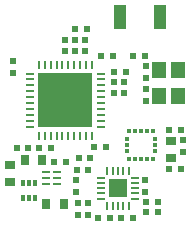
<source format=gtp>
%FSAX44Y44*%
%MOMM*%
G71*
G01*
G75*
G04 Layer_Color=8421504*
%ADD10R,0.5000X0.6000*%
%ADD11R,0.6000X0.5000*%
%ADD12R,0.7000X0.9000*%
%ADD13R,0.3000X0.6000*%
%ADD14R,1.5500X1.5500*%
%ADD15R,0.6500X0.2000*%
%ADD16R,0.2000X0.6500*%
%ADD17R,0.9000X0.7000*%
%ADD18O,0.8000X0.2000*%
%ADD19O,0.2000X0.8000*%
%ADD20R,4.6000X4.6000*%
%ADD21R,1.0000X2.0000*%
%ADD22R,0.7112X0.2286*%
%ADD23R,1.1500X1.4000*%
%ADD24R,0.4500X0.3500*%
%ADD25R,0.3500X0.4500*%
%ADD26C,0.1500*%
%ADD27C,0.3000*%
%ADD28C,0.5000*%
%ADD29C,0.2000*%
%ADD30C,0.9000*%
%ADD31C,0.6000*%
%ADD32C,0.8000*%
%ADD33R,0.9000X0.9000*%
%ADD34C,0.2500*%
%ADD35C,0.1250*%
D10*
X02927618Y02472028D02*
D03*
Y02462028D02*
D03*
X02986618Y02558278D02*
D03*
Y02568278D02*
D03*
X02960118Y02555528D02*
D03*
Y02545528D02*
D03*
X02929368Y02442278D02*
D03*
X02929368Y02452278D02*
D03*
X02935118Y02581028D02*
D03*
Y02591028D02*
D03*
X02926868Y02591028D02*
D03*
Y02581028D02*
D03*
X02937618Y02442278D02*
D03*
X02937618Y02452278D02*
D03*
X02986618Y02549278D02*
D03*
Y02539278D02*
D03*
X02968368Y02545528D02*
D03*
Y02555528D02*
D03*
X02918618Y02581028D02*
D03*
Y02591028D02*
D03*
X02873868Y02562528D02*
D03*
Y02572528D02*
D03*
X02986368Y02472028D02*
D03*
Y02462028D02*
D03*
X03018368Y02506028D02*
D03*
Y02496028D02*
D03*
D11*
X02908868Y02487278D02*
D03*
X02918868D02*
D03*
X02985618Y02576778D02*
D03*
X02975618D02*
D03*
X02996868Y02453278D02*
D03*
X02986868Y02453278D02*
D03*
X02996868Y02445028D02*
D03*
X02986868Y02445028D02*
D03*
X02936868Y02599778D02*
D03*
X02926868D02*
D03*
X03016368Y02481278D02*
D03*
X03006368D02*
D03*
X02929868Y02491028D02*
D03*
X02939868D02*
D03*
X02946618Y02440278D02*
D03*
X02956618D02*
D03*
X02938118Y02480778D02*
D03*
X02928118D02*
D03*
X02952618Y02499778D02*
D03*
X02942618D02*
D03*
X02959118Y02576778D02*
D03*
X02949118D02*
D03*
X02975618Y02440278D02*
D03*
X02965618D02*
D03*
X02887368Y02499278D02*
D03*
X02877368D02*
D03*
X02960118Y02563778D02*
D03*
X02970118D02*
D03*
X02906618Y02499278D02*
D03*
X02896618D02*
D03*
X03006618Y02514778D02*
D03*
X03016618D02*
D03*
D12*
X02917618Y02452028D02*
D03*
X02902618D02*
D03*
X02899118Y02489028D02*
D03*
X02884118D02*
D03*
D13*
X02892618Y02469778D02*
D03*
X02887618D02*
D03*
X02882618D02*
D03*
Y02456778D02*
D03*
X02887618D02*
D03*
X02892618D02*
D03*
D14*
X02963118Y02465278D02*
D03*
D15*
X02948368Y02456278D02*
D03*
Y02460778D02*
D03*
Y02465278D02*
D03*
Y02469778D02*
D03*
Y02474278D02*
D03*
X02977868D02*
D03*
Y02469778D02*
D03*
Y02465278D02*
D03*
Y02460778D02*
D03*
Y02456278D02*
D03*
D16*
X02954118Y02480028D02*
D03*
X02958618D02*
D03*
X02963118D02*
D03*
X02967618D02*
D03*
X02972118D02*
D03*
Y02450528D02*
D03*
X02967618D02*
D03*
X02963118D02*
D03*
X02958618D02*
D03*
X02954118D02*
D03*
D17*
X02871618Y02485278D02*
D03*
Y02470278D02*
D03*
X03008118Y02505528D02*
D03*
Y02490528D02*
D03*
D18*
X02948618Y02517278D02*
D03*
Y02522278D02*
D03*
Y02527278D02*
D03*
Y02532278D02*
D03*
Y02537278D02*
D03*
Y02542278D02*
D03*
Y02547278D02*
D03*
Y02552278D02*
D03*
Y02557278D02*
D03*
Y02562278D02*
D03*
X02888618D02*
D03*
Y02557278D02*
D03*
Y02552278D02*
D03*
Y02547278D02*
D03*
Y02542278D02*
D03*
Y02537278D02*
D03*
Y02532278D02*
D03*
Y02527278D02*
D03*
Y02522278D02*
D03*
Y02517278D02*
D03*
D19*
X02941118Y02569778D02*
D03*
X02936118D02*
D03*
X02931118D02*
D03*
X02926118D02*
D03*
X02921118D02*
D03*
X02916118D02*
D03*
X02911118D02*
D03*
X02906118D02*
D03*
X02901118D02*
D03*
X02896118D02*
D03*
Y02509778D02*
D03*
X02901118D02*
D03*
X02906118D02*
D03*
X02911118D02*
D03*
X02916118D02*
D03*
X02921118D02*
D03*
X02926118D02*
D03*
X02931118D02*
D03*
X02936118D02*
D03*
X02941118D02*
D03*
D20*
X02918618Y02539778D02*
D03*
D21*
X02965119Y02610029D02*
D03*
X02999119D02*
D03*
D22*
X02911567Y02468448D02*
D03*
Y02473528D02*
D03*
Y02478608D02*
D03*
X02902169D02*
D03*
Y02473528D02*
D03*
Y02468448D02*
D03*
D23*
X03013868Y02543528D02*
D03*
Y02565528D02*
D03*
X02997868D02*
D03*
X02997868Y02543528D02*
D03*
D24*
X02970868Y02507028D02*
D03*
Y02502028D02*
D03*
Y02497028D02*
D03*
X02994868D02*
D03*
Y02502028D02*
D03*
Y02507028D02*
D03*
D25*
X02972868Y02490028D02*
D03*
X02977868D02*
D03*
X02982868D02*
D03*
X02987868D02*
D03*
X02992868D02*
D03*
X02992868Y02514028D02*
D03*
X02987868D02*
D03*
X02982868D02*
D03*
X02977868D02*
D03*
X02972868D02*
D03*
M02*

</source>
